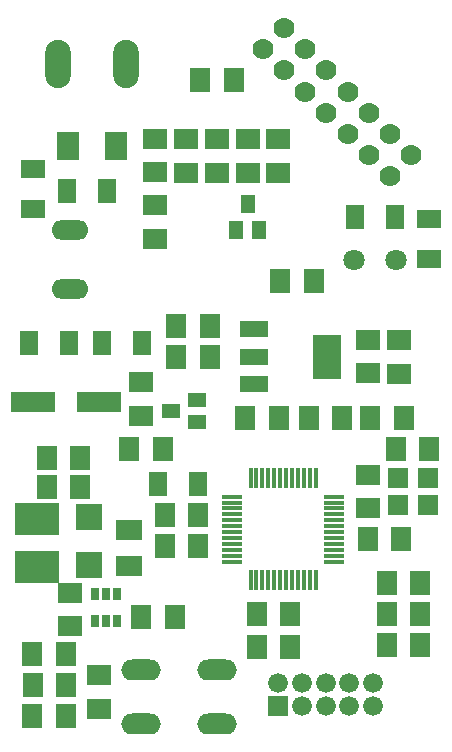
<source format=gts>
G04 #@! TF.GenerationSoftware,KiCad,Pcbnew,5.0.0-rc2-dev-unknown-6866c0c~65~ubuntu16.04.1*
G04 #@! TF.CreationDate,2018-07-16T22:36:55+02:00*
G04 #@! TF.ProjectId,Rauchmelder_3.6,52617563686D656C6465725F332E362E,rev?*
G04 #@! TF.SameCoordinates,Original*
G04 #@! TF.FileFunction,Soldermask,Top*
G04 #@! TF.FilePolarity,Negative*
%FSLAX46Y46*%
G04 Gerber Fmt 4.6, Leading zero omitted, Abs format (unit mm)*
G04 Created by KiCad (PCBNEW 5.0.0-rc2-dev-unknown-6866c0c~65~ubuntu16.04.1) date Mon Jul 16 22:36:55 2018*
%MOMM*%
%LPD*%
G01*
G04 APERTURE LIST*
%ADD10R,1.803200X2.003200*%
%ADD11R,2.003200X1.803200*%
%ADD12R,1.803200X2.006200*%
%ADD13R,2.006200X1.803200*%
%ADD14R,0.453200X1.703200*%
%ADD15R,1.703200X0.453200*%
%ADD16R,1.803200X1.703200*%
%ADD17R,3.703200X1.803200*%
%ADD18R,2.438400X1.422400*%
%ADD19R,2.403200X3.803200*%
%ADD20R,2.003200X1.603200*%
%ADD21R,1.203200X1.603200*%
%ADD22O,3.352800X1.778000*%
%ADD23O,3.120800X1.662000*%
%ADD24C,1.778000*%
%ADD25R,1.983200X2.363200*%
%ADD26C,1.803400*%
%ADD27O,2.153200X4.103200*%
%ADD28R,1.603200X2.003200*%
%ADD29R,1.603200X1.203200*%
%ADD30R,1.676400X1.676400*%
%ADD31C,1.676400*%
%ADD32R,0.803200X1.103200*%
%ADD33R,3.803200X2.703200*%
%ADD34R,2.203200X1.703200*%
%ADD35R,2.203200X2.203200*%
G04 APERTURE END LIST*
D10*
X164800000Y-127000000D03*
X162000000Y-127000000D03*
D11*
X142400000Y-89600000D03*
X142400000Y-86800000D03*
D10*
X151000000Y-127000000D03*
X153800000Y-127000000D03*
X160600000Y-110400000D03*
X163400000Y-110400000D03*
D11*
X160400000Y-106600000D03*
X160400000Y-103800000D03*
D10*
X151000000Y-129800000D03*
X153800000Y-129800000D03*
D11*
X160400000Y-115200000D03*
X160400000Y-118000000D03*
D10*
X163200000Y-120600000D03*
X160400000Y-120600000D03*
X162800000Y-113000000D03*
X165600000Y-113000000D03*
X146000000Y-121200000D03*
X143200000Y-121200000D03*
X136000000Y-116200000D03*
X133200000Y-116200000D03*
D11*
X135200000Y-125200000D03*
X135200000Y-128000000D03*
D10*
X134800000Y-133000000D03*
X132000000Y-133000000D03*
X136000000Y-113800000D03*
X133200000Y-113800000D03*
D12*
X164822000Y-124400000D03*
X161978000Y-124400000D03*
X155378000Y-110400000D03*
X158222000Y-110400000D03*
X152822000Y-110400000D03*
X149978000Y-110400000D03*
D13*
X141200000Y-107378000D03*
X141200000Y-110222000D03*
X145000000Y-89622000D03*
X145000000Y-86778000D03*
D12*
X146178000Y-81800000D03*
X149022000Y-81800000D03*
D13*
X142400000Y-92378000D03*
X142400000Y-95222000D03*
D12*
X144178000Y-102600000D03*
X147022000Y-102600000D03*
D13*
X163000000Y-106622000D03*
X163000000Y-103778000D03*
D12*
X134822000Y-135600000D03*
X131978000Y-135600000D03*
D13*
X150200000Y-86778000D03*
X150200000Y-89622000D03*
X147600000Y-89622000D03*
X147600000Y-86778000D03*
D12*
X147022000Y-105200000D03*
X144178000Y-105200000D03*
D13*
X152800000Y-86778000D03*
X152800000Y-89622000D03*
D12*
X161978000Y-129600000D03*
X164822000Y-129600000D03*
X152978000Y-98800000D03*
X155822000Y-98800000D03*
X143022000Y-113000000D03*
X140178000Y-113000000D03*
X146022000Y-118600000D03*
X143178000Y-118600000D03*
X131978000Y-130400000D03*
X134822000Y-130400000D03*
X141178000Y-127200000D03*
X144022000Y-127200000D03*
D13*
X137600000Y-135022000D03*
X137600000Y-132178000D03*
D14*
X155950000Y-124100000D03*
X155450000Y-124100000D03*
X154950000Y-124100000D03*
X154450000Y-124100000D03*
X153950000Y-124100000D03*
X153450000Y-124100000D03*
X152950000Y-124100000D03*
X152450000Y-124100000D03*
X151950000Y-124100000D03*
X151450000Y-124100000D03*
X150950000Y-124100000D03*
X150450000Y-124100000D03*
D15*
X148900000Y-122550000D03*
X148900000Y-122050000D03*
X148900000Y-121550000D03*
X148900000Y-121050000D03*
X148900000Y-120550000D03*
X148900000Y-120050000D03*
X148900000Y-119550000D03*
X148900000Y-119050000D03*
X148900000Y-118550000D03*
X148900000Y-118050000D03*
X148900000Y-117550000D03*
X148900000Y-117050000D03*
D14*
X150450000Y-115500000D03*
X150950000Y-115500000D03*
X151450000Y-115500000D03*
X151950000Y-115500000D03*
X152450000Y-115500000D03*
X152950000Y-115500000D03*
X153450000Y-115500000D03*
X153950000Y-115500000D03*
X154450000Y-115500000D03*
X154950000Y-115500000D03*
X155450000Y-115500000D03*
X155950000Y-115500000D03*
D15*
X157500000Y-117050000D03*
X157500000Y-117550000D03*
X157500000Y-118050000D03*
X157500000Y-118550000D03*
X157500000Y-119050000D03*
X157500000Y-119550000D03*
X157500000Y-120050000D03*
X157500000Y-120550000D03*
X157500000Y-121050000D03*
X157500000Y-121550000D03*
X157500000Y-122050000D03*
X157500000Y-122550000D03*
D16*
X165450000Y-117750000D03*
X162950000Y-117750000D03*
X162950000Y-115450000D03*
X165450000Y-115450000D03*
D17*
X137600000Y-109000000D03*
X132000000Y-109000000D03*
D18*
X150701200Y-102888600D03*
X150701200Y-105200000D03*
X150701200Y-107511400D03*
D19*
X156899000Y-105200000D03*
D20*
X132000000Y-89300000D03*
X132000000Y-92700000D03*
D21*
X149250000Y-94500000D03*
X151150000Y-94500000D03*
X150200000Y-92300000D03*
D22*
X141148800Y-131739400D03*
X141148800Y-136260600D03*
X147651200Y-131739400D03*
X147651200Y-136260600D03*
D23*
X135200000Y-99500000D03*
X135200000Y-94500000D03*
D24*
X151485021Y-79163472D03*
X153281072Y-77367421D03*
X153281072Y-80959523D03*
X155077123Y-79163472D03*
X155077123Y-82755574D03*
X156873174Y-80959523D03*
X156873174Y-84551626D03*
X158669226Y-82755574D03*
X158669226Y-86347677D03*
X160465277Y-84551626D03*
X160465277Y-88143728D03*
X162261328Y-86347677D03*
X162261328Y-89939779D03*
X164057379Y-88143728D03*
D25*
X139040000Y-87400000D03*
X134970000Y-87400000D03*
D26*
X162778000Y-97000000D03*
X159222000Y-97000000D03*
D27*
X134125000Y-80400000D03*
X139875000Y-80400000D03*
D20*
X165600000Y-96900000D03*
X165600000Y-93500000D03*
D28*
X134900000Y-91200000D03*
X138300000Y-91200000D03*
X135100000Y-104000000D03*
X131700000Y-104000000D03*
D29*
X143700000Y-109800000D03*
X145900000Y-108850000D03*
X145900000Y-110750000D03*
D28*
X137900000Y-104000000D03*
X141300000Y-104000000D03*
X159300000Y-93400000D03*
X162700000Y-93400000D03*
D30*
X152801200Y-134803600D03*
D31*
X152801200Y-132803600D03*
X154801200Y-134803600D03*
X154801200Y-132803600D03*
X156801200Y-134803600D03*
X156801200Y-132803600D03*
X158801200Y-134803600D03*
X158801200Y-132803600D03*
X160801200Y-134803600D03*
X160801200Y-132803600D03*
D28*
X146000000Y-116000000D03*
X142600000Y-116000000D03*
D32*
X137250000Y-125250000D03*
X138200000Y-125250000D03*
X139150000Y-125250000D03*
X139150000Y-127550000D03*
X138200000Y-127550000D03*
X137250000Y-127550000D03*
D33*
X132400000Y-118975000D03*
X132400000Y-123025000D03*
D34*
X140200000Y-122900000D03*
X140200000Y-119900000D03*
D35*
X136800000Y-118800000D03*
X136800000Y-122800000D03*
M02*

</source>
